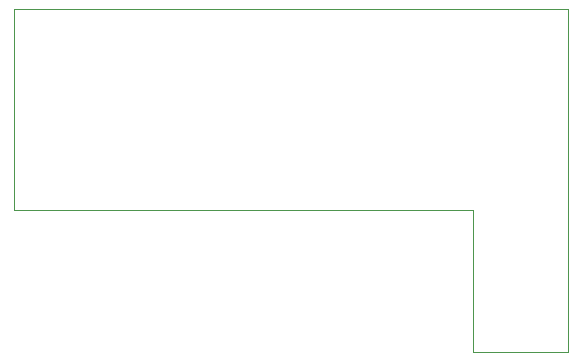
<source format=gbr>
G04 #@! TF.GenerationSoftware,KiCad,Pcbnew,(5.1.5)-3*
G04 #@! TF.CreationDate,2020-02-16T17:15:14+02:00*
G04 #@! TF.ProjectId,flex_SpeedControl,666c6578-5f53-4706-9565-64436f6e7472,rev?*
G04 #@! TF.SameCoordinates,Original*
G04 #@! TF.FileFunction,Profile,NP*
%FSLAX46Y46*%
G04 Gerber Fmt 4.6, Leading zero omitted, Abs format (unit mm)*
G04 Created by KiCad (PCBNEW (5.1.5)-3) date 2020-02-16 17:15:14*
%MOMM*%
%LPD*%
G04 APERTURE LIST*
%ADD10C,0.100000*%
G04 APERTURE END LIST*
D10*
X79000000Y-121000000D02*
X117800000Y-121000000D01*
X79000000Y-104000000D02*
X79000000Y-121000000D01*
X125900000Y-133000000D02*
X117800000Y-133000000D01*
X79000000Y-104000000D02*
X125900000Y-104000000D01*
X125900000Y-104000000D02*
X125900000Y-133000000D01*
X117800000Y-133000000D02*
X117800000Y-121000000D01*
M02*

</source>
